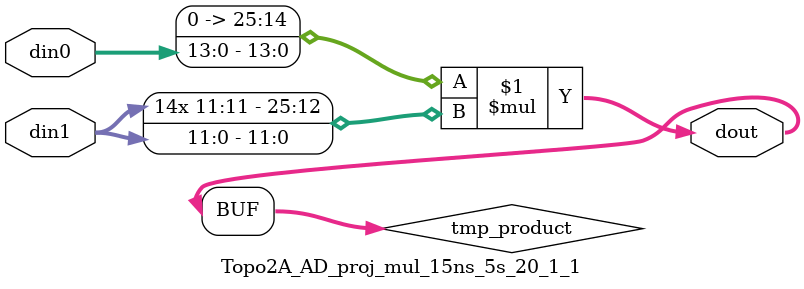
<source format=v>

`timescale 1 ns / 1 ps

 module Topo2A_AD_proj_mul_15ns_5s_20_1_1(din0, din1, dout);
parameter ID = 1;
parameter NUM_STAGE = 0;
parameter din0_WIDTH = 14;
parameter din1_WIDTH = 12;
parameter dout_WIDTH = 26;

input [din0_WIDTH - 1 : 0] din0; 
input [din1_WIDTH - 1 : 0] din1; 
output [dout_WIDTH - 1 : 0] dout;

wire signed [dout_WIDTH - 1 : 0] tmp_product;

























assign tmp_product = $signed({1'b0, din0}) * $signed(din1);










assign dout = tmp_product;





















endmodule

</source>
